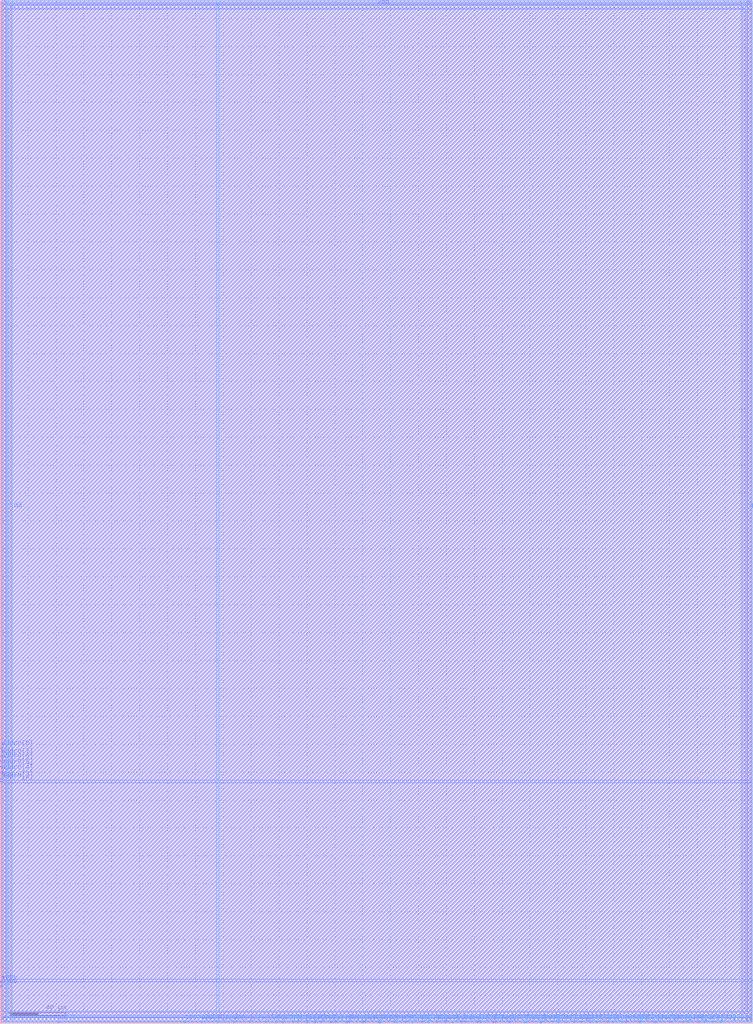
<source format=lef>
VERSION 5.4 ;
NAMESCASESENSITIVE ON ;
BUSBITCHARS "[]" ;
DIVIDERCHAR "/" ;
UNITS
  DATABASE MICRONS 2000 ;
END UNITS
MACRO sram_32_512_sky130A
   CLASS BLOCK ;
   SIZE 540.08 BY 733.6 ;
   SYMMETRY X Y R90 ;
   PIN din0[0]
      DIRECTION INPUT ;
      PORT
         LAYER m4 ;
         RECT  155.8 0.0 156.32 1.34 ;
      END
   END din0[0]
   PIN din0[1]
      DIRECTION INPUT ;
      PORT
         LAYER m4 ;
         RECT  167.28 0.0 167.8 1.34 ;
      END
   END din0[1]
   PIN din0[2]
      DIRECTION INPUT ;
      PORT
         LAYER m4 ;
         RECT  178.76 0.0 179.28 1.34 ;
      END
   END din0[2]
   PIN din0[3]
      DIRECTION INPUT ;
      PORT
         LAYER m4 ;
         RECT  190.24 0.0 190.76 1.34 ;
      END
   END din0[3]
   PIN din0[4]
      DIRECTION INPUT ;
      PORT
         LAYER m4 ;
         RECT  202.54 0.0 203.06 1.34 ;
      END
   END din0[4]
   PIN din0[5]
      DIRECTION INPUT ;
      PORT
         LAYER m4 ;
         RECT  213.2 0.0 213.72 1.34 ;
      END
   END din0[5]
   PIN din0[6]
      DIRECTION INPUT ;
      PORT
         LAYER m4 ;
         RECT  225.5 0.0 226.02 1.34 ;
      END
   END din0[6]
   PIN din0[7]
      DIRECTION INPUT ;
      PORT
         LAYER m4 ;
         RECT  236.98 0.0 237.5 1.34 ;
      END
   END din0[7]
   PIN din0[8]
      DIRECTION INPUT ;
      PORT
         LAYER m4 ;
         RECT  248.46 0.0 248.98 1.34 ;
      END
   END din0[8]
   PIN din0[9]
      DIRECTION INPUT ;
      PORT
         LAYER m4 ;
         RECT  259.94 0.0 260.46 1.34 ;
      END
   END din0[9]
   PIN din0[10]
      DIRECTION INPUT ;
      PORT
         LAYER m4 ;
         RECT  271.42 0.0 271.94 1.34 ;
      END
   END din0[10]
   PIN din0[11]
      DIRECTION INPUT ;
      PORT
         LAYER m4 ;
         RECT  283.72 0.0 284.24 1.34 ;
      END
   END din0[11]
   PIN din0[12]
      DIRECTION INPUT ;
      PORT
         LAYER m4 ;
         RECT  295.2 0.0 295.72 1.34 ;
      END
   END din0[12]
   PIN din0[13]
      DIRECTION INPUT ;
      PORT
         LAYER m4 ;
         RECT  306.68 0.0 307.2 1.34 ;
      END
   END din0[13]
   PIN din0[14]
      DIRECTION INPUT ;
      PORT
         LAYER m4 ;
         RECT  318.98 0.0 319.5 1.34 ;
      END
   END din0[14]
   PIN din0[15]
      DIRECTION INPUT ;
      PORT
         LAYER m4 ;
         RECT  330.46 0.0 330.98 1.34 ;
      END
   END din0[15]
   PIN din0[16]
      DIRECTION INPUT ;
      PORT
         LAYER m4 ;
         RECT  341.94 0.0 342.46 1.34 ;
      END
   END din0[16]
   PIN din0[17]
      DIRECTION INPUT ;
      PORT
         LAYER m4 ;
         RECT  353.42 0.0 353.94 1.34 ;
      END
   END din0[17]
   PIN din0[18]
      DIRECTION INPUT ;
      PORT
         LAYER m4 ;
         RECT  364.9 0.0 365.42 1.34 ;
      END
   END din0[18]
   PIN din0[19]
      DIRECTION INPUT ;
      PORT
         LAYER m4 ;
         RECT  377.2 0.0 377.72 1.34 ;
      END
   END din0[19]
   PIN din0[20]
      DIRECTION INPUT ;
      PORT
         LAYER m4 ;
         RECT  387.86 0.0 388.38 1.34 ;
      END
   END din0[20]
   PIN din0[21]
      DIRECTION INPUT ;
      PORT
         LAYER m4 ;
         RECT  400.16 0.0 400.68 1.34 ;
      END
   END din0[21]
   PIN din0[22]
      DIRECTION INPUT ;
      PORT
         LAYER m4 ;
         RECT  411.64 0.0 412.16 1.34 ;
      END
   END din0[22]
   PIN din0[23]
      DIRECTION INPUT ;
      PORT
         LAYER m4 ;
         RECT  423.12 0.0 423.64 1.34 ;
      END
   END din0[23]
   PIN din0[24]
      DIRECTION INPUT ;
      PORT
         LAYER m4 ;
         RECT  435.42 0.0 435.94 1.34 ;
      END
   END din0[24]
   PIN din0[25]
      DIRECTION INPUT ;
      PORT
         LAYER m4 ;
         RECT  446.08 0.0 446.6 1.34 ;
      END
   END din0[25]
   PIN din0[26]
      DIRECTION INPUT ;
      PORT
         LAYER m4 ;
         RECT  458.38 0.0 458.9 1.34 ;
      END
   END din0[26]
   PIN din0[27]
      DIRECTION INPUT ;
      PORT
         LAYER m4 ;
         RECT  469.86 0.0 470.38 1.34 ;
      END
   END din0[27]
   PIN din0[28]
      DIRECTION INPUT ;
      PORT
         LAYER m4 ;
         RECT  481.34 0.0 481.86 1.34 ;
      END
   END din0[28]
   PIN din0[29]
      DIRECTION INPUT ;
      PORT
         LAYER m4 ;
         RECT  492.82 0.0 493.34 1.34 ;
      END
   END din0[29]
   PIN din0[30]
      DIRECTION INPUT ;
      PORT
         LAYER m4 ;
         RECT  505.12 0.0 505.64 1.34 ;
      END
   END din0[30]
   PIN din0[31]
      DIRECTION INPUT ;
      PORT
         LAYER m4 ;
         RECT  516.6 0.0 517.12 1.34 ;
      END
   END din0[31]
   PIN addr0[0]
      DIRECTION INPUT ;
      PORT
         LAYER m4 ;
         RECT  132.02 0.0 132.54 1.34 ;
      END
   END addr0[0]
   PIN addr0[1]
      DIRECTION INPUT ;
      PORT
         LAYER m4 ;
         RECT  144.32 0.0 144.84 1.34 ;
      END
   END addr0[1]
   PIN addr0[2]
      DIRECTION INPUT ;
      PORT
         LAYER m3 ;
         RECT  0.0 173.02 1.34 173.54 ;
      END
   END addr0[2]
   PIN addr0[3]
      DIRECTION INPUT ;
      PORT
         LAYER m3 ;
         RECT  0.0 174.66 1.34 175.18 ;
      END
   END addr0[3]
   PIN addr0[4]
      DIRECTION INPUT ;
      PORT
         LAYER m3 ;
         RECT  0.0 179.58 1.34 180.1 ;
      END
   END addr0[4]
   PIN addr0[5]
      DIRECTION INPUT ;
      PORT
         LAYER m3 ;
         RECT  0.0 183.68 1.34 184.2 ;
      END
   END addr0[5]
   PIN addr0[6]
      DIRECTION INPUT ;
      PORT
         LAYER m3 ;
         RECT  0.0 187.78 1.34 188.3 ;
      END
   END addr0[6]
   PIN addr0[7]
      DIRECTION INPUT ;
      PORT
         LAYER m3 ;
         RECT  0.0 191.06 1.34 191.58 ;
      END
   END addr0[7]
   PIN addr0[8]
      DIRECTION INPUT ;
      PORT
         LAYER m3 ;
         RECT  0.0 196.8 1.34 197.32 ;
      END
   END addr0[8]
   PIN csb0
      DIRECTION INPUT ;
      PORT
         LAYER m3 ;
         RECT  0.0 26.24 1.34 26.76 ;
      END
   END csb0
   PIN web0
      DIRECTION INPUT ;
      PORT
         LAYER m3 ;
         RECT  0.0 29.52 1.34 30.04 ;
      END
   END web0
   PIN clk0
      DIRECTION INPUT ;
      PORT
         LAYER m4 ;
         RECT  41.82 0.0 42.34 1.34 ;
      END
   END clk0
   PIN dout0[0]
      DIRECTION OUTPUT ;
      PORT
         LAYER m4 ;
         RECT  197.62 0.0 198.14 1.34 ;
      END
   END dout0[0]
   PIN dout0[1]
      DIRECTION OUTPUT ;
      PORT
         LAYER m4 ;
         RECT  209.92 0.0 210.44 1.34 ;
      END
   END dout0[1]
   PIN dout0[2]
      DIRECTION OUTPUT ;
      PORT
         LAYER m4 ;
         RECT  219.76 0.0 220.28 1.34 ;
      END
   END dout0[2]
   PIN dout0[3]
      DIRECTION OUTPUT ;
      PORT
         LAYER m4 ;
         RECT  229.6 0.0 230.12 1.34 ;
      END
   END dout0[3]
   PIN dout0[4]
      DIRECTION OUTPUT ;
      PORT
         LAYER m4 ;
         RECT  240.26 0.0 240.78 1.34 ;
      END
   END dout0[4]
   PIN dout0[5]
      DIRECTION OUTPUT ;
      PORT
         LAYER m4 ;
         RECT  250.1 0.0 250.62 1.34 ;
      END
   END dout0[5]
   PIN dout0[6]
      DIRECTION OUTPUT ;
      PORT
         LAYER m4 ;
         RECT  261.58 0.0 262.1 1.34 ;
      END
   END dout0[6]
   PIN dout0[7]
      DIRECTION OUTPUT ;
      PORT
         LAYER m4 ;
         RECT  272.24 0.0 272.76 1.34 ;
      END
   END dout0[7]
   PIN dout0[8]
      DIRECTION OUTPUT ;
      PORT
         LAYER m4 ;
         RECT  282.08 0.0 282.6 1.34 ;
      END
   END dout0[8]
   PIN dout0[9]
      DIRECTION OUTPUT ;
      PORT
         LAYER m4 ;
         RECT  291.1 0.0 291.62 1.34 ;
      END
   END dout0[9]
   PIN dout0[10]
      DIRECTION OUTPUT ;
      PORT
         LAYER m4 ;
         RECT  302.58 0.0 303.1 1.34 ;
      END
   END dout0[10]
   PIN dout0[11]
      DIRECTION OUTPUT ;
      PORT
         LAYER m4 ;
         RECT  313.24 0.0 313.76 1.34 ;
      END
   END dout0[11]
   PIN dout0[12]
      DIRECTION OUTPUT ;
      PORT
         LAYER m4 ;
         RECT  323.9 0.0 324.42 1.34 ;
      END
   END dout0[12]
   PIN dout0[13]
      DIRECTION OUTPUT ;
      PORT
         LAYER m4 ;
         RECT  333.74 0.0 334.26 1.34 ;
      END
   END dout0[13]
   PIN dout0[14]
      DIRECTION OUTPUT ;
      PORT
         LAYER m4 ;
         RECT  344.4 0.0 344.92 1.34 ;
      END
   END dout0[14]
   PIN dout0[15]
      DIRECTION OUTPUT ;
      PORT
         LAYER m4 ;
         RECT  355.06 0.0 355.58 1.34 ;
      END
   END dout0[15]
   PIN dout0[16]
      DIRECTION OUTPUT ;
      PORT
         LAYER m4 ;
         RECT  365.72 0.0 366.24 1.34 ;
      END
   END dout0[16]
   PIN dout0[17]
      DIRECTION OUTPUT ;
      PORT
         LAYER m4 ;
         RECT  375.56 0.0 376.08 1.34 ;
      END
   END dout0[17]
   PIN dout0[18]
      DIRECTION OUTPUT ;
      PORT
         LAYER m4 ;
         RECT  387.04 0.0 387.56 1.34 ;
      END
   END dout0[18]
   PIN dout0[19]
      DIRECTION OUTPUT ;
      PORT
         LAYER m4 ;
         RECT  396.06 0.0 396.58 1.34 ;
      END
   END dout0[19]
   PIN dout0[20]
      DIRECTION OUTPUT ;
      PORT
         LAYER m4 ;
         RECT  405.9 0.0 406.42 1.34 ;
      END
   END dout0[20]
   PIN dout0[21]
      DIRECTION OUTPUT ;
      PORT
         LAYER m4 ;
         RECT  416.56 0.0 417.08 1.34 ;
      END
   END dout0[21]
   PIN dout0[22]
      DIRECTION OUTPUT ;
      PORT
         LAYER m4 ;
         RECT  427.22 0.0 427.74 1.34 ;
      END
   END dout0[22]
   PIN dout0[23]
      DIRECTION OUTPUT ;
      PORT
         LAYER m4 ;
         RECT  438.7 0.0 439.22 1.34 ;
      END
   END dout0[23]
   PIN dout0[24]
      DIRECTION OUTPUT ;
      PORT
         LAYER m4 ;
         RECT  448.54 0.0 449.06 1.34 ;
      END
   END dout0[24]
   PIN dout0[25]
      DIRECTION OUTPUT ;
      PORT
         LAYER m4 ;
         RECT  459.2 0.0 459.72 1.34 ;
      END
   END dout0[25]
   PIN dout0[26]
      DIRECTION OUTPUT ;
      PORT
         LAYER m4 ;
         RECT  469.04 0.0 469.56 1.34 ;
      END
   END dout0[26]
   PIN dout0[27]
      DIRECTION OUTPUT ;
      PORT
         LAYER m4 ;
         RECT  479.7 0.0 480.22 1.34 ;
      END
   END dout0[27]
   PIN dout0[28]
      DIRECTION OUTPUT ;
      PORT
         LAYER m4 ;
         RECT  489.54 0.0 490.06 1.34 ;
      END
   END dout0[28]
   PIN dout0[29]
      DIRECTION OUTPUT ;
      PORT
         LAYER m4 ;
         RECT  501.02 0.0 501.54 1.34 ;
      END
   END dout0[29]
   PIN dout0[30]
      DIRECTION OUTPUT ;
      PORT
         LAYER m4 ;
         RECT  510.86 0.0 511.38 1.34 ;
      END
   END dout0[30]
   PIN dout0[31]
      DIRECTION OUTPUT ;
      PORT
         LAYER m3 ;
         RECT  538.74 30.34 540.08 30.86 ;
      END
   END dout0[31]
   PIN vdd
      DIRECTION INOUT ;
      USE POWER ; 
      SHAPE ABUTMENT ; 
      PORT
         LAYER m4 ;
         RECT  532.18 5.74 534.34 729.5 ;
         LAYER m3 ;
         RECT  5.74 5.74 534.34 7.9 ;
         LAYER m3 ;
         RECT  5.74 727.34 534.34 729.5 ;
         LAYER m4 ;
         RECT  5.74 5.74 7.9 729.5 ;
      END
   END vdd
   PIN gnd
      DIRECTION INOUT ;
      USE GROUND ; 
      SHAPE ABUTMENT ; 
      PORT
         LAYER m3 ;
         RECT  1.64 1.64 538.44 3.8 ;
         LAYER m4 ;
         RECT  1.64 1.64 3.8 733.6 ;
         LAYER m3 ;
         RECT  1.64 731.44 538.44 733.6 ;
         LAYER m4 ;
         RECT  536.28 1.64 538.44 733.6 ;
      END
   END gnd
   OBS
   LAYER  m1 ;
      RECT  0.82 0.82 539.26 732.78 ;
   LAYER  m2 ;
      RECT  0.82 0.82 539.26 732.78 ;
   LAYER  m3 ;
      RECT  1.94 172.42 539.26 174.14 ;
      RECT  0.82 175.78 1.94 178.98 ;
      RECT  0.82 180.7 1.94 183.08 ;
      RECT  0.82 184.8 1.94 187.18 ;
      RECT  0.82 188.9 1.94 190.46 ;
      RECT  0.82 192.18 1.94 196.2 ;
      RECT  0.82 27.36 1.94 28.92 ;
      RECT  0.82 30.64 1.94 172.42 ;
      RECT  1.94 29.74 538.14 31.46 ;
      RECT  1.94 31.46 538.14 172.42 ;
      RECT  538.14 31.46 539.26 172.42 ;
      RECT  1.94 5.14 5.14 8.5 ;
      RECT  1.94 8.5 5.14 29.74 ;
      RECT  5.14 8.5 534.94 29.74 ;
      RECT  534.94 5.14 538.14 8.5 ;
      RECT  534.94 8.5 538.14 29.74 ;
      RECT  1.94 174.14 5.14 726.74 ;
      RECT  1.94 726.74 5.14 730.1 ;
      RECT  5.14 174.14 534.94 726.74 ;
      RECT  534.94 174.14 539.26 726.74 ;
      RECT  534.94 726.74 539.26 730.1 ;
      RECT  0.82 0.82 1.04 1.04 ;
      RECT  0.82 1.04 1.04 4.4 ;
      RECT  0.82 4.4 1.04 25.64 ;
      RECT  1.04 0.82 1.94 1.04 ;
      RECT  1.04 4.4 1.94 25.64 ;
      RECT  538.14 0.82 539.04 1.04 ;
      RECT  538.14 4.4 539.04 29.74 ;
      RECT  539.04 0.82 539.26 1.04 ;
      RECT  539.04 1.04 539.26 4.4 ;
      RECT  539.04 4.4 539.26 29.74 ;
      RECT  1.94 0.82 5.14 1.04 ;
      RECT  1.94 4.4 5.14 5.14 ;
      RECT  5.14 0.82 534.94 1.04 ;
      RECT  5.14 4.4 534.94 5.14 ;
      RECT  534.94 0.82 538.14 1.04 ;
      RECT  534.94 4.4 538.14 5.14 ;
      RECT  0.82 197.92 1.04 730.84 ;
      RECT  0.82 730.84 1.04 732.78 ;
      RECT  1.04 197.92 1.94 730.84 ;
      RECT  1.94 730.1 5.14 730.84 ;
      RECT  5.14 730.1 534.94 730.84 ;
      RECT  534.94 730.1 539.04 730.84 ;
      RECT  539.04 730.1 539.26 730.84 ;
      RECT  539.04 730.84 539.26 732.78 ;
   LAYER  m4 ;
      RECT  155.2 1.94 156.92 732.78 ;
      RECT  156.92 0.82 166.68 1.94 ;
      RECT  168.4 0.82 178.16 1.94 ;
      RECT  179.88 0.82 189.64 1.94 ;
      RECT  133.14 0.82 143.72 1.94 ;
      RECT  145.44 0.82 155.2 1.94 ;
      RECT  42.94 0.82 131.42 1.94 ;
      RECT  191.36 0.82 197.02 1.94 ;
      RECT  198.74 0.82 201.94 1.94 ;
      RECT  203.66 0.82 209.32 1.94 ;
      RECT  211.04 0.82 212.6 1.94 ;
      RECT  214.32 0.82 219.16 1.94 ;
      RECT  220.88 0.82 224.9 1.94 ;
      RECT  226.62 0.82 229.0 1.94 ;
      RECT  230.72 0.82 236.38 1.94 ;
      RECT  238.1 0.82 239.66 1.94 ;
      RECT  241.38 0.82 247.86 1.94 ;
      RECT  251.22 0.82 259.34 1.94 ;
      RECT  262.7 0.82 270.82 1.94 ;
      RECT  273.36 0.82 281.48 1.94 ;
      RECT  284.84 0.82 290.5 1.94 ;
      RECT  292.22 0.82 294.6 1.94 ;
      RECT  296.32 0.82 301.98 1.94 ;
      RECT  303.7 0.82 306.08 1.94 ;
      RECT  307.8 0.82 312.64 1.94 ;
      RECT  314.36 0.82 318.38 1.94 ;
      RECT  320.1 0.82 323.3 1.94 ;
      RECT  325.02 0.82 329.86 1.94 ;
      RECT  331.58 0.82 333.14 1.94 ;
      RECT  334.86 0.82 341.34 1.94 ;
      RECT  343.06 0.82 343.8 1.94 ;
      RECT  345.52 0.82 352.82 1.94 ;
      RECT  356.18 0.82 364.3 1.94 ;
      RECT  366.84 0.82 374.96 1.94 ;
      RECT  378.32 0.82 386.44 1.94 ;
      RECT  388.98 0.82 395.46 1.94 ;
      RECT  397.18 0.82 399.56 1.94 ;
      RECT  401.28 0.82 405.3 1.94 ;
      RECT  407.02 0.82 411.04 1.94 ;
      RECT  412.76 0.82 415.96 1.94 ;
      RECT  417.68 0.82 422.52 1.94 ;
      RECT  424.24 0.82 426.62 1.94 ;
      RECT  428.34 0.82 434.82 1.94 ;
      RECT  436.54 0.82 438.1 1.94 ;
      RECT  439.82 0.82 445.48 1.94 ;
      RECT  447.2 0.82 447.94 1.94 ;
      RECT  449.66 0.82 457.78 1.94 ;
      RECT  460.32 0.82 468.44 1.94 ;
      RECT  470.98 0.82 479.1 1.94 ;
      RECT  482.46 0.82 488.94 1.94 ;
      RECT  490.66 0.82 492.22 1.94 ;
      RECT  493.94 0.82 500.42 1.94 ;
      RECT  502.14 0.82 504.52 1.94 ;
      RECT  506.24 0.82 510.26 1.94 ;
      RECT  511.98 0.82 516.0 1.94 ;
      RECT  156.92 1.94 531.58 5.14 ;
      RECT  156.92 5.14 531.58 730.1 ;
      RECT  156.92 730.1 531.58 732.78 ;
      RECT  531.58 1.94 534.94 5.14 ;
      RECT  531.58 730.1 534.94 732.78 ;
      RECT  5.14 1.94 8.5 5.14 ;
      RECT  5.14 730.1 8.5 732.78 ;
      RECT  8.5 1.94 155.2 5.14 ;
      RECT  8.5 5.14 155.2 730.1 ;
      RECT  8.5 730.1 155.2 732.78 ;
      RECT  0.82 0.82 1.04 1.04 ;
      RECT  0.82 1.04 1.04 1.94 ;
      RECT  1.04 0.82 4.4 1.04 ;
      RECT  4.4 0.82 41.22 1.04 ;
      RECT  4.4 1.04 41.22 1.94 ;
      RECT  0.82 1.94 1.04 5.14 ;
      RECT  4.4 1.94 5.14 5.14 ;
      RECT  0.82 5.14 1.04 730.1 ;
      RECT  4.4 5.14 5.14 730.1 ;
      RECT  0.82 730.1 1.04 732.78 ;
      RECT  4.4 730.1 5.14 732.78 ;
      RECT  517.72 0.82 535.68 1.04 ;
      RECT  517.72 1.04 535.68 1.94 ;
      RECT  535.68 0.82 539.04 1.04 ;
      RECT  539.04 0.82 539.26 1.04 ;
      RECT  539.04 1.04 539.26 1.94 ;
      RECT  534.94 1.94 535.68 5.14 ;
      RECT  539.04 1.94 539.26 5.14 ;
      RECT  534.94 5.14 535.68 730.1 ;
      RECT  539.04 5.14 539.26 730.1 ;
      RECT  534.94 730.1 535.68 732.78 ;
      RECT  539.04 730.1 539.26 732.78 ;
   END
END    sram_32_512_sky130A
END    LIBRARY

</source>
